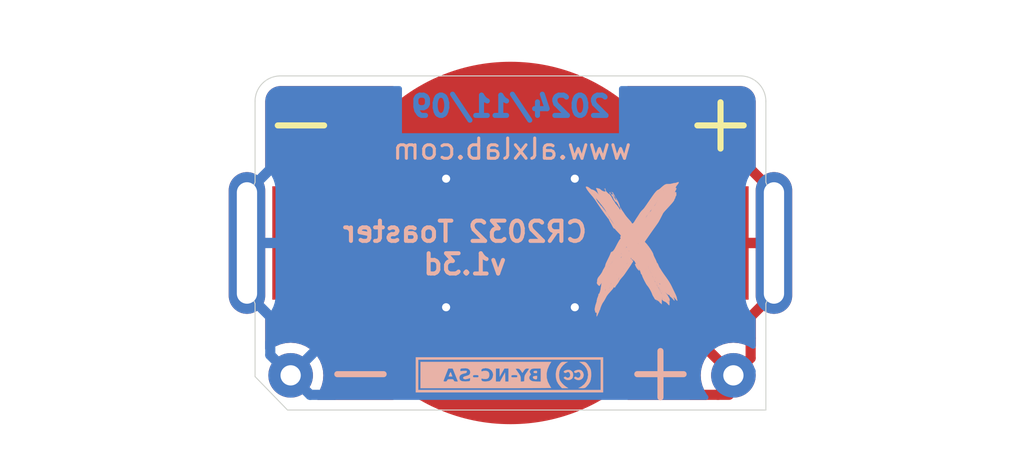
<source format=kicad_pcb>
(kicad_pcb (version 20240108) (generator "pcbnew") (generator_version "8.0")
  (layers (0 "F.Cu" signal) (31 "B.Cu" signal) (34 "B.Paste" user) (35 "F.Paste" user) (36 "B.SilkS" user "B.Silkscreen") (37 "F.SilkS" user "F.Silkscreen") (38 "B.Mask" user) (39 "F.Mask" user) (44 "Edge.Cuts" user))
  (net 0 "")
  (net 1 "Net-(BT1-+)")
  (net 2 "Net-(BT1--)")
  (footprint "CR2032 Toaster:logo_7_back" (layer "F.Cu") (at 114 106.25)
    (property "Reference" "G***" (hide yes))
    (property "Value" "LOGO" (hide yes))
  )
  (footprint "CR2032 Toaster:6mm PTS" (layer "F.Cu") (at 95 107)
    (property "Reference" "J2" (hide yes))
    (property "Value" "Conn_01x01")
    (pad "1" thru_hole oval (at 0 0) (size 1.8 7) (drill oval 1 6) (layers "*.Cu" "*.Mask") (net 2 "Net-(BT1--)"))
  )
  (footprint "CR2032 Toaster:6mm PTS" (layer "F.Cu") (at 121 107)
    (property "Reference" "J1" (hide yes))
    (property "Value" "Conn_01x01")
    (pad "1" thru_hole oval (at 0 0) (size 1.8 7) (drill oval 1 6) (layers "*.Cu" "*.Mask") (net 1 "Net-(BT1-+)"))
  )
  (footprint "CR2032 Toaster:BatteryHolder_MYOUNG_MY-2032-08_1x2032" (layer "F.Cu") (at 108 107)
    (property "Reference" "BT1" (hide yes))
    (property "Value" "Battery_Cell")
    (pad "1" smd rect (at -10.875 0) (size 1.75 5.6) (layers "F.Cu" "F.Paste" "F.Mask") (net 1 "Net-(BT1-+)"))
    (pad "1" smd rect (at 10.875 0) (size 1.75 5.6) (layers "F.Cu" "F.Paste" "F.Mask") (net 1 "Net-(BT1-+)"))
    (pad "2" smd circle (at 0 0) (size 17.9 17.9) (layers "F.Cu" "F.Mask") (net 2 "Net-(BT1--)"))
  )
  (footprint "MountingHole:MountingHole_2.2mm_M2_DIN965_Pad" (layer "F.Cu") (at 118.999 113.538)
    (property "Reference" "REF**" (hide yes))
    (property "Value" "MountingHole_2.2mm_M2_DIN965_Pad")
    (pad "1" thru_hole circle (at 0 0) (size 2.2 2.2) (drill 1) (layers "*.Cu" "*.Mask") (net 1 "Net-(BT1-+)"))
  )
  (footprint "MountingHole:MountingHole_2.2mm_M2_DIN965_Pad" (layer "F.Cu") (at 97.155 113.538)
    (property "Reference" "REF**" (hide yes))
    (property "Value" "MountingHole_2.2mm_M2_DIN965_Pad")
    (pad "1" thru_hole circle (at 0 0) (size 2.2 2.2) (drill 1) (layers "*.Cu" "*.Mask") (net 2 "Net-(BT1--)"))
  )
  (footprint "CR2032 Toaster:cc_by_nc_sa_small_9mm_front_silk_screen" (layer "B.Cu") (at 107.95 113.5 180)
    (property "Reference" "G***" (hide yes))
    (property "Value" "LOGO" (hide yes))
  )
  (gr_line (start 121 109) (end 121 105) (stroke (width 0.05)) (layer "Edge.Cuts"))
  (gr_line (start 97 115.25) (end 120.6 115.25) (stroke (width 0.05)) (layer "Edge.Cuts"))
  (gr_line (start 95.4 104) (end 95 105) (stroke (width 0.05)) (layer "Edge.Cuts"))
  (gr_arc (start 95.4 100) (mid 95.766117 99.116117) (end 96.65 98.75) (stroke (width 0.05)) (layer "Edge.Cuts"))
  (gr_line (start 95.4 100) (end 95.4 104) (stroke (width 0.05)) (layer "Edge.Cuts"))
  (gr_line (start 120.6 104) (end 120.6 100) (stroke (width 0.05)) (layer "Edge.Cuts"))
  (gr_line (start 121 105) (end 120.6 104) (stroke (width 0.05)) (layer "Edge.Cuts"))
  (gr_line (start 119.35 98.75) (end 96.65 98.75) (stroke (width 0.05)) (layer "Edge.Cuts"))
  (gr_line (start 95.4 113.6) (end 97 115.25) (stroke (width 0.05)) (layer "Edge.Cuts"))
  (gr_line (start 95 109) (end 95.4 110) (stroke (width 0.05)) (layer "Edge.Cuts"))
  (gr_line (start 95 105) (end 95 109) (stroke (width 0.05)) (layer "Edge.Cuts"))
  (gr_line (start 120.6 110) (end 121 109) (stroke (width 0.05)) (layer "Edge.Cuts"))
  (gr_line (start 120.6 115.25) (end 120.6 110) (stroke (width 0.05)) (layer "Edge.Cuts"))
  (gr_line (start 95.4 110) (end 95.4 113.6) (stroke (width 0.05)) (layer "Edge.Cuts"))
  (gr_arc (start 119.35 98.75) (mid 120.233883 99.116117) (end 120.6 100) (stroke (width 0.05)) (layer "Edge.Cuts"))
  (gr_text "2024/11/09" (at 108 100.25 0) (layer "B.Cu") (effects (font (size 1 1) (thickness 0.25)) (justify mirror)))
  (gr_text "-" (at 100.6 113.25 0) (layer "B.SilkS") (effects (font (size 3 3) (thickness 0.3)) (justify mirror)))
  (gr_text "www.alxlab.com" (at 108.077 102.362 0) (layer "B.SilkS") (effects (font (size 1 1)) (justify mirror)))
  (gr_text "CR2032 Toaster\nv1.3d" (at 105.75 107.25 0) (layer "B.SilkS") (effects (font (size 1 1) (thickness 0.2)) (justify mirror)))
  (gr_text "+" (at 115.4 113.25 0) (layer "B.SilkS") (effects (font (size 3 3) (thickness 0.3)) (justify mirror)))
  (gr_text "-" (at 97.663 100.965 0) (layer "F.SilkS") (effects (font (size 3 3) (thickness 0.3))))
  (gr_text "+" (at 118.364 100.965 0) (layer "F.SilkS") (effects (font (size 3 3) (thickness 0.3))))
  (segment (start 118.999 113.741) (end 118.24 114.5) (width 0.5) (layer "F.Cu") (net 1))
  (segment (start 119.303 106.572) (end 118.875 107) (width 0.5) (layer "F.Cu") (net 1))
  (segment (start 119.85 111.699) (end 119.85 110.644) (width 0.5) (layer "F.Cu") (net 1))
  (segment (start 119.85 110.644) (end 120.573 109.921) (width 0.5) (layer "F.Cu") (net 1))
  (segment (start 119.85 112.687) (end 119.85 111.699) (width 0.5) (layer "F.Cu") (net 1))
  (segment (start 119.4935 102.9995) (end 120.6365 104.1425) (width 0.5) (layer "F.Cu") (net 1))
  (segment (start 119.303 107.428) (end 118.875 107) (width 0.5) (layer "F.Cu") (net 1))
  (segment (start 118.999 113.538) (end 119.85 112.687) (width 0.5) (layer "F.Cu") (net 1))
  (segment (start 118.6 107) (end 120.55 107) (width 0.5) (layer "F.Cu") (net 1))
  (segment (start 116.9 114.5) (end 118.78 114.5) (width 0.5) (layer "F.Cu") (net 1))
  (segment (start 118.999 113.538) (end 118.999 113.741) (width 0.5) (layer "B.Cu") (net 1))
  (segment (start 119.662 113.538) (end 119.85 113.35) (width 0.5) (layer "B.Cu") (net 1))
  (segment (start 118.999 113.538) (end 119.662 113.538) (width 0.5) (layer "B.Cu") (net 1))
  (segment (start 95 107) (end 95 104.524926) (width 0.5) (layer "F.Cu") (net 2))
  (segment (start 108 101) (end 101 108) (width 0.25) (layer "F.Cu") (net 2))
  (segment (start 95 107) (end 95 109.44) (width 0.5) (layer "F.Cu") (net 2))
  (segment (start 101 108) (end 100 107) (width 0.25) (layer "F.Cu") (net 2))
  (via (at 111.175 110.175) (size 0.8) (drill 0.4) (layers "F.Cu" "B.Cu") (net 2))
  (via (at 111.175 103.825) (size 0.8) (drill 0.4) (layers "F.Cu" "B.Cu") (net 2))
  (via (at 104.825 103.825) (size 0.8) (drill 0.4) (layers "F.Cu" "B.Cu") (net 2))
  (via (at 104.825 110.175) (size 0.8) (drill 0.4) (layers "F.Cu" "B.Cu") (net 2))
  (segment (start 98.117 114.5) (end 99.33 114.5) (width 0.5) (layer "B.Cu") (net 2))
  (segment (start 97.155 113.538) (end 98.117 114.5) (width 0.5) (layer "B.Cu") (net 2))
  (segment (start 96.15 112.533) (end 96.15 111.89) (width 0.5) (layer "B.Cu") (net 2))
  (segment (start 96.189 110.683) (end 95.427 109.921) (width 0.5) (layer "B.Cu") (net 2))
  (segment (start 97.155 113.538) (end 96.15 112.533) (width 0.5) (layer "B.Cu") (net 2))
  (segment (start 95.554 103.952) (end 96.443 103.063) (width 0.5) (layer "B.Cu") (net 2))
  (zone (net 1) (net_name "Net-(BT1-+)") (layer "F.Cu") (connect_pads (clearance 0.508)) (min_thickness 0.254) (fill yes (thermal_gap 0.508) (thermal_bridge_width 0.508))
    (polygon (pts (xy 125 118) (xy 91 118) (xy 91 95) (xy 125 95)))
  )
  (zone (net 2) (net_name "Net-(BT1--)") (layer "B.Cu") (connect_pads (clearance 0.508)) (min_thickness 0.254) (fill yes (thermal_gap 0.508) (thermal_bridge_width 0.508))
    (polygon (pts (xy 125 118) (xy 91 118) (xy 91 95) (xy 125 95)))
  )
)
</source>
